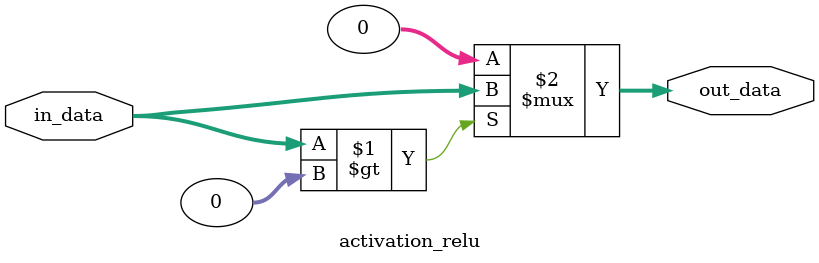
<source format=sv>
module activation_relu #(
    parameter WIDTH = 32
)(
    input  logic signed [WIDTH-1:0] in_data,
    output logic signed [WIDTH-1:0] out_data
);

    // plain relu with signed compare
    assign out_data = (in_data > '0) ? in_data : '0;

endmodule
</source>
